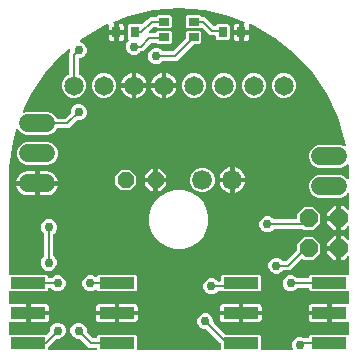
<source format=gbr>
G04 EAGLE Gerber RS-274X export*
G75*
%MOMM*%
%FSLAX34Y34*%
%LPD*%
%INTop Copper*%
%IPPOS*%
%AMOC8*
5,1,8,0,0,1.08239X$1,22.5*%
G01*
%ADD10P,1.429621X8X22.500000*%
%ADD11R,0.800000X0.950000*%
%ADD12C,1.680000*%
%ADD13R,0.900000X0.700000*%
%ADD14R,3.000000X1.000000*%
%ADD15C,1.650000*%
%ADD16C,1.524000*%
%ADD17P,1.649562X8X292.500000*%
%ADD18C,0.756400*%
%ADD19C,0.200000*%

G36*
X-70436Y10760D02*
X-70436Y10760D01*
X-70372Y10759D01*
X-70297Y10780D01*
X-70221Y10791D01*
X-70162Y10817D01*
X-70100Y10834D01*
X-70034Y10875D01*
X-69964Y10907D01*
X-69915Y10949D01*
X-69860Y10982D01*
X-69808Y11040D01*
X-69750Y11090D01*
X-69714Y11144D01*
X-69671Y11192D01*
X-69638Y11261D01*
X-69595Y11326D01*
X-69576Y11388D01*
X-69548Y11445D01*
X-69537Y11515D01*
X-69513Y11596D01*
X-69512Y11681D01*
X-69501Y11750D01*
X-69501Y12100D01*
X-69510Y12164D01*
X-69509Y12228D01*
X-69530Y12303D01*
X-69541Y12379D01*
X-69567Y12438D01*
X-69584Y12500D01*
X-69625Y12566D01*
X-69657Y12636D01*
X-69699Y12685D01*
X-69732Y12740D01*
X-69790Y12792D01*
X-69840Y12850D01*
X-69894Y12886D01*
X-69942Y12929D01*
X-70011Y12962D01*
X-70076Y13005D01*
X-70138Y13024D01*
X-70195Y13052D01*
X-70265Y13063D01*
X-70346Y13087D01*
X-70431Y13088D01*
X-70500Y13099D01*
X-76257Y13099D01*
X-83583Y20425D01*
X-83659Y20482D01*
X-83731Y20547D01*
X-83772Y20567D01*
X-83808Y20594D01*
X-83898Y20628D01*
X-83984Y20670D01*
X-84027Y20676D01*
X-84072Y20693D01*
X-84200Y20703D01*
X-84289Y20717D01*
X-86349Y20717D01*
X-88842Y21750D01*
X-90750Y23658D01*
X-91783Y26151D01*
X-91783Y28849D01*
X-90750Y31342D01*
X-88842Y33250D01*
X-86349Y34283D01*
X-83651Y34283D01*
X-81158Y33250D01*
X-79250Y31342D01*
X-78217Y28849D01*
X-78217Y26789D01*
X-78204Y26694D01*
X-78199Y26598D01*
X-78184Y26555D01*
X-78177Y26510D01*
X-78138Y26422D01*
X-78106Y26331D01*
X-78081Y26297D01*
X-78061Y26253D01*
X-77978Y26156D01*
X-77925Y26083D01*
X-73235Y21393D01*
X-73159Y21336D01*
X-73087Y21271D01*
X-73046Y21251D01*
X-73010Y21224D01*
X-72920Y21190D01*
X-72834Y21148D01*
X-72791Y21142D01*
X-72746Y21125D01*
X-72618Y21115D01*
X-72529Y21101D01*
X-70500Y21101D01*
X-70436Y21110D01*
X-70372Y21109D01*
X-70297Y21130D01*
X-70221Y21141D01*
X-70162Y21167D01*
X-70100Y21184D01*
X-70034Y21225D01*
X-69964Y21257D01*
X-69915Y21299D01*
X-69860Y21332D01*
X-69808Y21390D01*
X-69750Y21440D01*
X-69714Y21494D01*
X-69671Y21542D01*
X-69638Y21611D01*
X-69595Y21676D01*
X-69576Y21738D01*
X-69548Y21795D01*
X-69537Y21865D01*
X-69513Y21946D01*
X-69512Y22031D01*
X-69501Y22100D01*
X-69501Y22929D01*
X-68329Y24101D01*
X-36671Y24101D01*
X-35499Y22929D01*
X-35499Y11750D01*
X-35490Y11686D01*
X-35491Y11622D01*
X-35470Y11547D01*
X-35459Y11471D01*
X-35433Y11412D01*
X-35416Y11350D01*
X-35375Y11284D01*
X-35343Y11214D01*
X-35301Y11165D01*
X-35268Y11110D01*
X-35210Y11058D01*
X-35160Y11000D01*
X-35106Y10964D01*
X-35058Y10921D01*
X-34989Y10888D01*
X-34924Y10845D01*
X-34862Y10826D01*
X-34805Y10798D01*
X-34735Y10787D01*
X-34654Y10763D01*
X-34569Y10762D01*
X-34500Y10751D01*
X34500Y10751D01*
X34564Y10760D01*
X34628Y10759D01*
X34703Y10780D01*
X34779Y10791D01*
X34838Y10817D01*
X34900Y10834D01*
X34966Y10875D01*
X35036Y10907D01*
X35085Y10949D01*
X35140Y10982D01*
X35192Y11040D01*
X35250Y11090D01*
X35286Y11144D01*
X35329Y11192D01*
X35362Y11261D01*
X35405Y11326D01*
X35424Y11388D01*
X35452Y11445D01*
X35463Y11515D01*
X35487Y11596D01*
X35488Y11681D01*
X35499Y11750D01*
X35499Y16211D01*
X35486Y16306D01*
X35481Y16402D01*
X35466Y16445D01*
X35459Y16490D01*
X35420Y16578D01*
X35388Y16669D01*
X35363Y16703D01*
X35343Y16747D01*
X35260Y16844D01*
X35207Y16918D01*
X23917Y28207D01*
X23841Y28264D01*
X23769Y28329D01*
X23728Y28349D01*
X23692Y28376D01*
X23602Y28410D01*
X23516Y28452D01*
X23473Y28458D01*
X23428Y28475D01*
X23300Y28485D01*
X23211Y28499D01*
X21151Y28499D01*
X18658Y29532D01*
X16750Y31440D01*
X15717Y33933D01*
X15717Y36631D01*
X16750Y39124D01*
X18658Y41032D01*
X21151Y42065D01*
X23849Y42065D01*
X26342Y41032D01*
X28250Y39124D01*
X29283Y36631D01*
X29283Y34571D01*
X29296Y34476D01*
X29301Y34380D01*
X29316Y34337D01*
X29323Y34292D01*
X29362Y34204D01*
X29394Y34113D01*
X29419Y34079D01*
X29439Y34035D01*
X29522Y33938D01*
X29575Y33865D01*
X39046Y24393D01*
X39123Y24336D01*
X39195Y24271D01*
X39236Y24251D01*
X39272Y24224D01*
X39362Y24190D01*
X39448Y24148D01*
X39491Y24142D01*
X39536Y24125D01*
X39664Y24115D01*
X39753Y24101D01*
X68329Y24101D01*
X69501Y22929D01*
X69501Y11750D01*
X69510Y11686D01*
X69509Y11622D01*
X69530Y11547D01*
X69541Y11471D01*
X69567Y11412D01*
X69584Y11350D01*
X69625Y11284D01*
X69657Y11214D01*
X69699Y11165D01*
X69732Y11110D01*
X69790Y11058D01*
X69840Y11000D01*
X69894Y10964D01*
X69942Y10921D01*
X70011Y10888D01*
X70076Y10845D01*
X70138Y10826D01*
X70195Y10798D01*
X70265Y10787D01*
X70346Y10763D01*
X70431Y10762D01*
X70500Y10751D01*
X95423Y10751D01*
X95540Y10767D01*
X95658Y10779D01*
X95680Y10787D01*
X95702Y10791D01*
X95810Y10839D01*
X95920Y10883D01*
X95938Y10897D01*
X95959Y10907D01*
X96049Y10984D01*
X96143Y11057D01*
X96156Y11075D01*
X96173Y11090D01*
X96239Y11190D01*
X96308Y11286D01*
X96315Y11307D01*
X96328Y11326D01*
X96363Y11440D01*
X96402Y11551D01*
X96404Y11574D01*
X96410Y11596D01*
X96412Y11714D01*
X96419Y11833D01*
X96414Y11854D01*
X96414Y11878D01*
X96364Y12057D01*
X96346Y12132D01*
X95717Y13651D01*
X95717Y16349D01*
X96750Y18842D01*
X98658Y20750D01*
X101151Y21783D01*
X103849Y21783D01*
X105312Y21177D01*
X105352Y21166D01*
X105390Y21148D01*
X105475Y21135D01*
X105585Y21107D01*
X105644Y21109D01*
X105694Y21101D01*
X109500Y21101D01*
X109564Y21110D01*
X109628Y21109D01*
X109703Y21130D01*
X109779Y21141D01*
X109838Y21167D01*
X109900Y21184D01*
X109966Y21225D01*
X110036Y21257D01*
X110085Y21299D01*
X110140Y21332D01*
X110192Y21390D01*
X110250Y21440D01*
X110286Y21494D01*
X110329Y21542D01*
X110362Y21611D01*
X110405Y21676D01*
X110424Y21738D01*
X110452Y21795D01*
X110463Y21865D01*
X110487Y21946D01*
X110488Y22031D01*
X110499Y22100D01*
X110499Y22929D01*
X111671Y24101D01*
X143250Y24101D01*
X143314Y24110D01*
X143378Y24109D01*
X143453Y24130D01*
X143529Y24141D01*
X143588Y24167D01*
X143650Y24184D01*
X143716Y24225D01*
X143786Y24257D01*
X143835Y24299D01*
X143890Y24332D01*
X143942Y24390D01*
X144000Y24440D01*
X144036Y24494D01*
X144079Y24542D01*
X144112Y24611D01*
X144155Y24676D01*
X144174Y24738D01*
X144202Y24795D01*
X144213Y24865D01*
X144237Y24946D01*
X144238Y25031D01*
X144249Y25100D01*
X144249Y34036D01*
X144242Y34089D01*
X144244Y34143D01*
X144222Y34228D01*
X144209Y34315D01*
X144187Y34364D01*
X144174Y34416D01*
X144129Y34492D01*
X144093Y34572D01*
X144058Y34613D01*
X144031Y34659D01*
X143967Y34720D01*
X143910Y34787D01*
X143865Y34816D01*
X143826Y34853D01*
X143748Y34893D01*
X143674Y34941D01*
X143623Y34957D01*
X143575Y34981D01*
X143488Y34998D01*
X143404Y35023D01*
X143351Y35024D01*
X143298Y35034D01*
X143220Y35026D01*
X143122Y35027D01*
X143052Y35008D01*
X142991Y35001D01*
X142835Y34959D01*
X129499Y34959D01*
X129499Y41500D01*
X129490Y41564D01*
X129491Y41628D01*
X129470Y41702D01*
X129459Y41779D01*
X129433Y41838D01*
X129416Y41900D01*
X129375Y41966D01*
X129343Y42036D01*
X129301Y42085D01*
X129268Y42140D01*
X129210Y42191D01*
X129160Y42250D01*
X129106Y42286D01*
X129058Y42329D01*
X128989Y42362D01*
X128924Y42405D01*
X128862Y42424D01*
X128805Y42452D01*
X128735Y42462D01*
X128654Y42487D01*
X128569Y42488D01*
X128500Y42499D01*
X127499Y42499D01*
X127499Y42501D01*
X128500Y42501D01*
X128564Y42510D01*
X128628Y42509D01*
X128703Y42530D01*
X128779Y42541D01*
X128838Y42567D01*
X128900Y42584D01*
X128966Y42625D01*
X129036Y42657D01*
X129085Y42699D01*
X129140Y42732D01*
X129192Y42790D01*
X129250Y42840D01*
X129286Y42894D01*
X129329Y42942D01*
X129362Y43011D01*
X129405Y43076D01*
X129424Y43138D01*
X129452Y43196D01*
X129462Y43265D01*
X129487Y43346D01*
X129488Y43431D01*
X129499Y43500D01*
X129499Y50041D01*
X142835Y50041D01*
X142991Y49999D01*
X143045Y49992D01*
X143096Y49977D01*
X143184Y49975D01*
X143271Y49965D01*
X143324Y49974D01*
X143378Y49973D01*
X143463Y49996D01*
X143550Y50011D01*
X143598Y50034D01*
X143650Y50048D01*
X143725Y50094D01*
X143804Y50132D01*
X143844Y50168D01*
X143890Y50196D01*
X143949Y50262D01*
X144014Y50320D01*
X144043Y50366D01*
X144079Y50406D01*
X144117Y50485D01*
X144164Y50559D01*
X144178Y50611D01*
X144202Y50659D01*
X144214Y50737D01*
X144240Y50831D01*
X144240Y50903D01*
X144249Y50964D01*
X144249Y59900D01*
X144240Y59964D01*
X144241Y60028D01*
X144220Y60103D01*
X144209Y60179D01*
X144183Y60238D01*
X144166Y60300D01*
X144125Y60366D01*
X144093Y60436D01*
X144051Y60485D01*
X144018Y60540D01*
X143960Y60592D01*
X143910Y60650D01*
X143856Y60686D01*
X143808Y60729D01*
X143739Y60762D01*
X143674Y60805D01*
X143612Y60824D01*
X143555Y60852D01*
X143485Y60863D01*
X143404Y60887D01*
X143319Y60888D01*
X143250Y60899D01*
X111671Y60899D01*
X110499Y62071D01*
X110499Y62900D01*
X110490Y62964D01*
X110491Y63028D01*
X110470Y63103D01*
X110459Y63179D01*
X110433Y63238D01*
X110416Y63300D01*
X110375Y63366D01*
X110343Y63436D01*
X110301Y63485D01*
X110268Y63540D01*
X110210Y63592D01*
X110160Y63650D01*
X110106Y63686D01*
X110058Y63729D01*
X109989Y63762D01*
X109924Y63805D01*
X109862Y63824D01*
X109805Y63852D01*
X109735Y63863D01*
X109654Y63887D01*
X109569Y63888D01*
X109500Y63899D01*
X101123Y63899D01*
X101028Y63886D01*
X100932Y63881D01*
X100889Y63866D01*
X100844Y63859D01*
X100757Y63820D01*
X100666Y63788D01*
X100631Y63763D01*
X100587Y63743D01*
X100490Y63660D01*
X100417Y63607D01*
X98560Y61750D01*
X96067Y60717D01*
X93369Y60717D01*
X90876Y61750D01*
X88968Y63658D01*
X87935Y66151D01*
X87935Y68849D01*
X88968Y71342D01*
X90876Y73250D01*
X93369Y74283D01*
X96067Y74283D01*
X98560Y73250D01*
X99617Y72193D01*
X99694Y72136D01*
X99765Y72071D01*
X99806Y72051D01*
X99842Y72024D01*
X99932Y71990D01*
X100019Y71948D01*
X100061Y71942D01*
X100106Y71925D01*
X100234Y71915D01*
X100323Y71901D01*
X109500Y71901D01*
X109564Y71910D01*
X109628Y71909D01*
X109703Y71930D01*
X109779Y71941D01*
X109838Y71967D01*
X109900Y71984D01*
X109966Y72025D01*
X110036Y72057D01*
X110085Y72099D01*
X110140Y72132D01*
X110192Y72190D01*
X110250Y72240D01*
X110286Y72294D01*
X110329Y72342D01*
X110362Y72411D01*
X110405Y72476D01*
X110424Y72538D01*
X110452Y72595D01*
X110463Y72665D01*
X110487Y72746D01*
X110488Y72831D01*
X110499Y72900D01*
X110499Y73729D01*
X111671Y74901D01*
X143250Y74901D01*
X143314Y74910D01*
X143378Y74909D01*
X143453Y74930D01*
X143529Y74941D01*
X143588Y74967D01*
X143650Y74984D01*
X143716Y75025D01*
X143786Y75057D01*
X143835Y75099D01*
X143890Y75132D01*
X143942Y75190D01*
X144000Y75240D01*
X144036Y75294D01*
X144079Y75342D01*
X144112Y75411D01*
X144155Y75476D01*
X144174Y75538D01*
X144202Y75595D01*
X144213Y75665D01*
X144237Y75746D01*
X144238Y75831D01*
X144249Y75900D01*
X144249Y89567D01*
X144245Y89599D01*
X144247Y89632D01*
X144225Y89738D01*
X144209Y89847D01*
X144196Y89876D01*
X144190Y89908D01*
X144138Y90004D01*
X144093Y90104D01*
X144072Y90128D01*
X144057Y90157D01*
X143981Y90235D01*
X143910Y90318D01*
X143883Y90336D01*
X143860Y90359D01*
X143765Y90412D01*
X143674Y90472D01*
X143643Y90482D01*
X143615Y90498D01*
X143509Y90523D01*
X143404Y90555D01*
X143372Y90555D01*
X143341Y90563D01*
X143231Y90557D01*
X143122Y90558D01*
X143091Y90550D01*
X143059Y90548D01*
X142956Y90512D01*
X142850Y90483D01*
X142823Y90466D01*
X142792Y90456D01*
X142719Y90402D01*
X142610Y90335D01*
X142578Y90299D01*
X142543Y90274D01*
X139409Y87139D01*
X137199Y87139D01*
X137199Y96300D01*
X137190Y96363D01*
X137191Y96428D01*
X137170Y96502D01*
X137159Y96579D01*
X137133Y96638D01*
X137116Y96700D01*
X137075Y96766D01*
X137043Y96836D01*
X137001Y96885D01*
X136968Y96940D01*
X136910Y96991D01*
X136860Y97050D01*
X136806Y97086D01*
X136758Y97129D01*
X136689Y97162D01*
X136624Y97205D01*
X136562Y97224D01*
X136505Y97252D01*
X136435Y97262D01*
X136354Y97287D01*
X136269Y97288D01*
X136200Y97299D01*
X135199Y97299D01*
X135199Y97301D01*
X136200Y97301D01*
X136264Y97310D01*
X136328Y97309D01*
X136403Y97330D01*
X136479Y97341D01*
X136538Y97367D01*
X136600Y97384D01*
X136666Y97425D01*
X136736Y97457D01*
X136785Y97499D01*
X136840Y97532D01*
X136892Y97590D01*
X136950Y97640D01*
X136986Y97694D01*
X137029Y97742D01*
X137062Y97811D01*
X137105Y97876D01*
X137124Y97938D01*
X137152Y97996D01*
X137162Y98065D01*
X137187Y98146D01*
X137188Y98231D01*
X137199Y98300D01*
X137199Y107461D01*
X139409Y107461D01*
X142543Y104326D01*
X142569Y104307D01*
X142590Y104282D01*
X142682Y104222D01*
X142769Y104157D01*
X142799Y104145D01*
X142826Y104128D01*
X142931Y104096D01*
X143033Y104057D01*
X143065Y104055D01*
X143096Y104045D01*
X143205Y104044D01*
X143314Y104035D01*
X143346Y104042D01*
X143378Y104042D01*
X143483Y104071D01*
X143590Y104093D01*
X143619Y104108D01*
X143650Y104117D01*
X143743Y104174D01*
X143839Y104225D01*
X143862Y104248D01*
X143890Y104265D01*
X143963Y104346D01*
X144041Y104422D01*
X144057Y104450D01*
X144079Y104474D01*
X144126Y104572D01*
X144180Y104668D01*
X144188Y104699D01*
X144202Y104728D01*
X144216Y104817D01*
X144245Y104942D01*
X144243Y104991D01*
X144249Y105033D01*
X144249Y114967D01*
X144245Y114999D01*
X144247Y115032D01*
X144225Y115138D01*
X144209Y115247D01*
X144196Y115276D01*
X144190Y115308D01*
X144138Y115404D01*
X144093Y115504D01*
X144072Y115528D01*
X144057Y115557D01*
X143981Y115635D01*
X143910Y115718D01*
X143883Y115736D01*
X143860Y115759D01*
X143765Y115812D01*
X143674Y115872D01*
X143643Y115882D01*
X143615Y115898D01*
X143509Y115923D01*
X143404Y115955D01*
X143372Y115955D01*
X143341Y115963D01*
X143231Y115957D01*
X143122Y115958D01*
X143091Y115950D01*
X143059Y115948D01*
X142956Y115912D01*
X142850Y115883D01*
X142823Y115866D01*
X142792Y115856D01*
X142719Y115802D01*
X142610Y115735D01*
X142578Y115699D01*
X142543Y115674D01*
X139409Y112539D01*
X137199Y112539D01*
X137199Y121700D01*
X137191Y121761D01*
X137191Y121795D01*
X137191Y121797D01*
X137191Y121828D01*
X137170Y121902D01*
X137159Y121979D01*
X137133Y122038D01*
X137116Y122100D01*
X137075Y122166D01*
X137043Y122236D01*
X137001Y122285D01*
X136968Y122340D01*
X136910Y122391D01*
X136860Y122450D01*
X136806Y122486D01*
X136758Y122529D01*
X136689Y122562D01*
X136624Y122605D01*
X136562Y122624D01*
X136505Y122652D01*
X136435Y122662D01*
X136354Y122687D01*
X136269Y122688D01*
X136200Y122699D01*
X135199Y122699D01*
X135199Y122701D01*
X136200Y122701D01*
X136264Y122710D01*
X136328Y122709D01*
X136403Y122730D01*
X136479Y122741D01*
X136538Y122767D01*
X136600Y122784D01*
X136666Y122825D01*
X136736Y122857D01*
X136785Y122899D01*
X136840Y122932D01*
X136892Y122990D01*
X136950Y123040D01*
X136986Y123094D01*
X137029Y123142D01*
X137062Y123211D01*
X137105Y123276D01*
X137124Y123338D01*
X137152Y123396D01*
X137162Y123465D01*
X137187Y123546D01*
X137188Y123631D01*
X137199Y123700D01*
X137199Y132861D01*
X139409Y132861D01*
X142543Y129726D01*
X142569Y129707D01*
X142590Y129682D01*
X142682Y129622D01*
X142769Y129557D01*
X142799Y129545D01*
X142826Y129528D01*
X142931Y129496D01*
X143033Y129457D01*
X143065Y129455D01*
X143096Y129445D01*
X143205Y129444D01*
X143314Y129435D01*
X143346Y129442D01*
X143378Y129442D01*
X143483Y129471D01*
X143590Y129493D01*
X143619Y129508D01*
X143650Y129517D01*
X143743Y129574D01*
X143839Y129625D01*
X143862Y129648D01*
X143890Y129665D01*
X143963Y129746D01*
X144041Y129822D01*
X144057Y129850D01*
X144079Y129874D01*
X144126Y129972D01*
X144180Y130068D01*
X144188Y130099D01*
X144202Y130128D01*
X144216Y130217D01*
X144245Y130342D01*
X144243Y130391D01*
X144249Y130433D01*
X144249Y142911D01*
X144245Y142943D01*
X144247Y142975D01*
X144225Y143082D01*
X144209Y143190D01*
X144196Y143220D01*
X144190Y143251D01*
X144138Y143348D01*
X144093Y143447D01*
X144072Y143472D01*
X144057Y143500D01*
X143981Y143578D01*
X143910Y143662D01*
X143883Y143679D01*
X143860Y143702D01*
X143765Y143756D01*
X143674Y143816D01*
X143643Y143825D01*
X143615Y143841D01*
X143509Y143867D01*
X143404Y143898D01*
X143372Y143899D01*
X143341Y143906D01*
X143231Y143901D01*
X143122Y143902D01*
X143091Y143894D01*
X143059Y143892D01*
X142956Y143856D01*
X142850Y143827D01*
X142823Y143810D01*
X142792Y143799D01*
X142719Y143746D01*
X142610Y143679D01*
X142578Y143643D01*
X142543Y143618D01*
X140570Y141644D01*
X137034Y140179D01*
X117966Y140179D01*
X114430Y141644D01*
X111724Y144350D01*
X110259Y147886D01*
X110259Y151714D01*
X111724Y155250D01*
X114430Y157956D01*
X117966Y159421D01*
X137034Y159421D01*
X140570Y157956D01*
X142495Y156030D01*
X142533Y156002D01*
X142565Y155967D01*
X142645Y155918D01*
X142721Y155861D01*
X142765Y155845D01*
X142805Y155820D01*
X142896Y155795D01*
X142985Y155762D01*
X143032Y155758D01*
X143077Y155746D01*
X143172Y155747D01*
X143266Y155740D01*
X143312Y155749D01*
X143359Y155750D01*
X143449Y155778D01*
X143542Y155797D01*
X143583Y155820D01*
X143628Y155833D01*
X143708Y155885D01*
X143791Y155930D01*
X143825Y155963D01*
X143864Y155989D01*
X143925Y156061D01*
X143993Y156127D01*
X144016Y156168D01*
X144047Y156203D01*
X144085Y156290D01*
X144132Y156372D01*
X144143Y156418D01*
X144162Y156461D01*
X144173Y156543D01*
X144197Y156646D01*
X144194Y156711D01*
X144201Y156767D01*
X143931Y165887D01*
X143921Y165947D01*
X143922Y166000D01*
X143654Y167868D01*
X143625Y167966D01*
X143604Y168066D01*
X143586Y168101D01*
X143575Y168138D01*
X143520Y168225D01*
X143472Y168315D01*
X143445Y168343D01*
X143424Y168376D01*
X143347Y168444D01*
X143275Y168517D01*
X143241Y168537D01*
X143212Y168562D01*
X143119Y168606D01*
X143030Y168656D01*
X142992Y168665D01*
X142956Y168682D01*
X142855Y168698D01*
X142755Y168721D01*
X142716Y168719D01*
X142677Y168725D01*
X142576Y168712D01*
X142474Y168707D01*
X142437Y168694D01*
X142398Y168689D01*
X142304Y168648D01*
X142207Y168614D01*
X142178Y168593D01*
X142139Y168576D01*
X142033Y168487D01*
X141958Y168433D01*
X140570Y167044D01*
X137034Y165579D01*
X117966Y165579D01*
X114430Y167044D01*
X111724Y169750D01*
X110259Y173286D01*
X110259Y177114D01*
X111724Y180650D01*
X114430Y183356D01*
X117966Y184821D01*
X137034Y184821D01*
X139869Y183646D01*
X139916Y183634D01*
X139960Y183613D01*
X140052Y183599D01*
X140142Y183576D01*
X140191Y183578D01*
X140239Y183570D01*
X140331Y183582D01*
X140424Y183585D01*
X140471Y183600D01*
X140519Y183606D01*
X140604Y183644D01*
X140692Y183673D01*
X140733Y183700D01*
X140777Y183719D01*
X140849Y183779D01*
X140926Y183831D01*
X140956Y183869D01*
X140994Y183900D01*
X141046Y183977D01*
X141105Y184049D01*
X141124Y184094D01*
X141151Y184134D01*
X141179Y184223D01*
X141216Y184308D01*
X141222Y184356D01*
X141237Y184403D01*
X141238Y184485D01*
X141251Y184588D01*
X141240Y184654D01*
X141241Y184711D01*
X140870Y187303D01*
X140846Y187382D01*
X140837Y187449D01*
X134628Y208055D01*
X134594Y208129D01*
X134574Y208195D01*
X125349Y227638D01*
X125303Y227706D01*
X125274Y227768D01*
X113240Y245610D01*
X113185Y245671D01*
X113147Y245728D01*
X98576Y261565D01*
X98513Y261617D01*
X98466Y261668D01*
X81687Y275143D01*
X81617Y275185D01*
X81564Y275228D01*
X62955Y286039D01*
X62879Y286070D01*
X62820Y286104D01*
X60693Y286944D01*
X60596Y286967D01*
X60501Y286998D01*
X60459Y287000D01*
X60419Y287009D01*
X60319Y287004D01*
X60219Y287008D01*
X60179Y286998D01*
X60137Y286996D01*
X60043Y286963D01*
X59946Y286939D01*
X59910Y286917D01*
X59870Y286904D01*
X59789Y286846D01*
X59703Y286796D01*
X59674Y286765D01*
X59640Y286741D01*
X59578Y286663D01*
X59509Y286590D01*
X59490Y286553D01*
X59464Y286520D01*
X59426Y286428D01*
X59381Y286339D01*
X59373Y286298D01*
X59357Y286259D01*
X59347Y286160D01*
X59328Y286062D01*
X59332Y286023D01*
X59327Y285979D01*
X59351Y285847D01*
X59361Y285756D01*
X59541Y285085D01*
X59541Y281999D01*
X54999Y281999D01*
X54999Y287395D01*
X55016Y287401D01*
X55054Y287428D01*
X55097Y287447D01*
X55169Y287509D01*
X55247Y287563D01*
X55276Y287600D01*
X55311Y287630D01*
X55363Y287710D01*
X55422Y287784D01*
X55440Y287827D01*
X55466Y287866D01*
X55493Y287957D01*
X55529Y288045D01*
X55534Y288091D01*
X55548Y288136D01*
X55549Y288231D01*
X55559Y288326D01*
X55551Y288371D01*
X55552Y288418D01*
X55526Y288510D01*
X55510Y288603D01*
X55489Y288645D01*
X55476Y288690D01*
X55426Y288771D01*
X55384Y288856D01*
X55353Y288890D01*
X55328Y288930D01*
X55258Y288993D01*
X55193Y289063D01*
X55156Y289085D01*
X55119Y289119D01*
X55005Y289174D01*
X54927Y289219D01*
X42802Y294005D01*
X42722Y294024D01*
X42659Y294050D01*
X21683Y298863D01*
X21602Y298869D01*
X21535Y298885D01*
X75Y300501D01*
X-7Y300496D01*
X-75Y300501D01*
X-21535Y298885D01*
X-21615Y298867D01*
X-21683Y298863D01*
X-42659Y294050D01*
X-42736Y294020D01*
X-42802Y294005D01*
X-54927Y289219D01*
X-55010Y289172D01*
X-55097Y289133D01*
X-55132Y289103D01*
X-55172Y289080D01*
X-55239Y289012D01*
X-55311Y288950D01*
X-55336Y288911D01*
X-55369Y288877D01*
X-55413Y288793D01*
X-55465Y288714D01*
X-55479Y288669D01*
X-55501Y288628D01*
X-55520Y288535D01*
X-55548Y288444D01*
X-55548Y288398D01*
X-55558Y288352D01*
X-55550Y288257D01*
X-55552Y288162D01*
X-55539Y288117D01*
X-55535Y288071D01*
X-55502Y287982D01*
X-55476Y287890D01*
X-55452Y287851D01*
X-55435Y287807D01*
X-55378Y287731D01*
X-55328Y287650D01*
X-55294Y287619D01*
X-55266Y287582D01*
X-55189Y287525D01*
X-55119Y287461D01*
X-55077Y287441D01*
X-55040Y287413D01*
X-54999Y287398D01*
X-54999Y281999D01*
X-59541Y281999D01*
X-59541Y285085D01*
X-59361Y285756D01*
X-59349Y285855D01*
X-59329Y285952D01*
X-59332Y285994D01*
X-59327Y286036D01*
X-59343Y286134D01*
X-59351Y286233D01*
X-59366Y286273D01*
X-59373Y286314D01*
X-59416Y286404D01*
X-59451Y286497D01*
X-59476Y286531D01*
X-59494Y286568D01*
X-59561Y286643D01*
X-59621Y286722D01*
X-59654Y286747D01*
X-59682Y286779D01*
X-59767Y286832D01*
X-59847Y286891D01*
X-59886Y286906D01*
X-59922Y286928D01*
X-60017Y286955D01*
X-60111Y286990D01*
X-60153Y286993D01*
X-60193Y287005D01*
X-60293Y287004D01*
X-60392Y287011D01*
X-60431Y287003D01*
X-60475Y287002D01*
X-60604Y286964D01*
X-60693Y286944D01*
X-62820Y286104D01*
X-62891Y286064D01*
X-62955Y286039D01*
X-81564Y275228D01*
X-81628Y275178D01*
X-81687Y275143D01*
X-83801Y273446D01*
X-83822Y273423D01*
X-83849Y273405D01*
X-83918Y273320D01*
X-83993Y273240D01*
X-84008Y273212D01*
X-84028Y273187D01*
X-84071Y273087D01*
X-84121Y272989D01*
X-84127Y272957D01*
X-84139Y272928D01*
X-84153Y272820D01*
X-84173Y272712D01*
X-84170Y272680D01*
X-84174Y272648D01*
X-84156Y272540D01*
X-84146Y272431D01*
X-84134Y272401D01*
X-84129Y272370D01*
X-84082Y272271D01*
X-84041Y272169D01*
X-84022Y272144D01*
X-84008Y272115D01*
X-83935Y272033D01*
X-83868Y271947D01*
X-83842Y271928D01*
X-83821Y271904D01*
X-83743Y271857D01*
X-83639Y271782D01*
X-83593Y271766D01*
X-83557Y271744D01*
X-81158Y270750D01*
X-79250Y268842D01*
X-78217Y266349D01*
X-78217Y263651D01*
X-79250Y261158D01*
X-81158Y259250D01*
X-83651Y258217D01*
X-83900Y258217D01*
X-83964Y258208D01*
X-84028Y258209D01*
X-84103Y258188D01*
X-84179Y258177D01*
X-84238Y258151D01*
X-84300Y258134D01*
X-84366Y258093D01*
X-84436Y258061D01*
X-84485Y258019D01*
X-84540Y257986D01*
X-84592Y257928D01*
X-84650Y257878D01*
X-84686Y257824D01*
X-84729Y257776D01*
X-84762Y257707D01*
X-84805Y257642D01*
X-84824Y257580D01*
X-84852Y257523D01*
X-84863Y257453D01*
X-84887Y257372D01*
X-84888Y257287D01*
X-84899Y257218D01*
X-84899Y245106D01*
X-84898Y245096D01*
X-84899Y245087D01*
X-84878Y244957D01*
X-84859Y244827D01*
X-84856Y244818D01*
X-84854Y244809D01*
X-84797Y244689D01*
X-84743Y244570D01*
X-84737Y244563D01*
X-84733Y244554D01*
X-84645Y244455D01*
X-84560Y244355D01*
X-84552Y244350D01*
X-84546Y244343D01*
X-84480Y244303D01*
X-84324Y244201D01*
X-84301Y244194D01*
X-84282Y244183D01*
X-83093Y243690D01*
X-80210Y240807D01*
X-78649Y237039D01*
X-78649Y232961D01*
X-80210Y229193D01*
X-83093Y226310D01*
X-86861Y224749D01*
X-90939Y224749D01*
X-94707Y226310D01*
X-97590Y229193D01*
X-99151Y232961D01*
X-99151Y237039D01*
X-97590Y240807D01*
X-94707Y243690D01*
X-93518Y244183D01*
X-93509Y244187D01*
X-93500Y244190D01*
X-93388Y244259D01*
X-93275Y244326D01*
X-93268Y244333D01*
X-93260Y244338D01*
X-93172Y244436D01*
X-93082Y244532D01*
X-93078Y244540D01*
X-93071Y244547D01*
X-93014Y244666D01*
X-92954Y244783D01*
X-92952Y244793D01*
X-92948Y244801D01*
X-92936Y244877D01*
X-92902Y245061D01*
X-92904Y245084D01*
X-92901Y245106D01*
X-92901Y262757D01*
X-92075Y263583D01*
X-92018Y263659D01*
X-91953Y263731D01*
X-91933Y263772D01*
X-91906Y263808D01*
X-91872Y263898D01*
X-91830Y263984D01*
X-91824Y264027D01*
X-91807Y264072D01*
X-91797Y264200D01*
X-91783Y264289D01*
X-91783Y264951D01*
X-91800Y265069D01*
X-91811Y265188D01*
X-91819Y265208D01*
X-91823Y265231D01*
X-91872Y265339D01*
X-91916Y265449D01*
X-91930Y265467D01*
X-91939Y265488D01*
X-92016Y265578D01*
X-92089Y265672D01*
X-92108Y265685D01*
X-92122Y265702D01*
X-92222Y265767D01*
X-92318Y265836D01*
X-92339Y265844D01*
X-92358Y265856D01*
X-92472Y265891D01*
X-92584Y265931D01*
X-92606Y265932D01*
X-92628Y265939D01*
X-92747Y265940D01*
X-92866Y265947D01*
X-92887Y265942D01*
X-92910Y265942D01*
X-93024Y265911D01*
X-93140Y265884D01*
X-93159Y265874D01*
X-93182Y265867D01*
X-93342Y265768D01*
X-93408Y265730D01*
X-98466Y261668D01*
X-98523Y261608D01*
X-98576Y261565D01*
X-113147Y245728D01*
X-113194Y245660D01*
X-113240Y245610D01*
X-125274Y227768D01*
X-125310Y227694D01*
X-125349Y227638D01*
X-126119Y226013D01*
X-129913Y218019D01*
X-131335Y215022D01*
X-131335Y215021D01*
X-132140Y213325D01*
X-132157Y213270D01*
X-132183Y213219D01*
X-132199Y213136D01*
X-132224Y213056D01*
X-132225Y212998D01*
X-132235Y212942D01*
X-132227Y212858D01*
X-132229Y212774D01*
X-132214Y212718D01*
X-132208Y212661D01*
X-132177Y212583D01*
X-132155Y212502D01*
X-132125Y212453D01*
X-132104Y212399D01*
X-132052Y212333D01*
X-132008Y212261D01*
X-131966Y212222D01*
X-131930Y212177D01*
X-131862Y212128D01*
X-131800Y212071D01*
X-131748Y212045D01*
X-131702Y212012D01*
X-131622Y211984D01*
X-131547Y211947D01*
X-131490Y211937D01*
X-131436Y211917D01*
X-131352Y211912D01*
X-131269Y211898D01*
X-131212Y211904D01*
X-131154Y211901D01*
X-131081Y211919D01*
X-130988Y211929D01*
X-130918Y211958D01*
X-130855Y211973D01*
X-129534Y212521D01*
X-110466Y212521D01*
X-106930Y211056D01*
X-104224Y208350D01*
X-103879Y207518D01*
X-103874Y207509D01*
X-103872Y207500D01*
X-103803Y207388D01*
X-103736Y207275D01*
X-103729Y207268D01*
X-103724Y207260D01*
X-103626Y207172D01*
X-103530Y207082D01*
X-103521Y207078D01*
X-103514Y207071D01*
X-103396Y207014D01*
X-103279Y206954D01*
X-103269Y206952D01*
X-103261Y206948D01*
X-103185Y206936D01*
X-103001Y206902D01*
X-102977Y206904D01*
X-102956Y206901D01*
X-96389Y206901D01*
X-96294Y206914D01*
X-96198Y206919D01*
X-96155Y206934D01*
X-96110Y206941D01*
X-96022Y206980D01*
X-95931Y207012D01*
X-95897Y207037D01*
X-95853Y207057D01*
X-95756Y207140D01*
X-95683Y207193D01*
X-91793Y211083D01*
X-91736Y211159D01*
X-91671Y211231D01*
X-91651Y211272D01*
X-91624Y211308D01*
X-91590Y211398D01*
X-91548Y211484D01*
X-91542Y211527D01*
X-91525Y211572D01*
X-91515Y211700D01*
X-91501Y211789D01*
X-91501Y213849D01*
X-90468Y216342D01*
X-88560Y218250D01*
X-86067Y219283D01*
X-83369Y219283D01*
X-80876Y218250D01*
X-78968Y216342D01*
X-77935Y213849D01*
X-77935Y211151D01*
X-78968Y208658D01*
X-80876Y206750D01*
X-83369Y205717D01*
X-85429Y205717D01*
X-85524Y205704D01*
X-85620Y205699D01*
X-85663Y205684D01*
X-85708Y205677D01*
X-85796Y205638D01*
X-85887Y205606D01*
X-85921Y205581D01*
X-85965Y205561D01*
X-86062Y205478D01*
X-86135Y205425D01*
X-92661Y198899D01*
X-102956Y198899D01*
X-102966Y198898D01*
X-102975Y198899D01*
X-103105Y198878D01*
X-103235Y198859D01*
X-103244Y198856D01*
X-103253Y198854D01*
X-103372Y198797D01*
X-103492Y198743D01*
X-103499Y198737D01*
X-103508Y198733D01*
X-103607Y198645D01*
X-103707Y198560D01*
X-103712Y198552D01*
X-103719Y198546D01*
X-103759Y198480D01*
X-103861Y198324D01*
X-103868Y198301D01*
X-103879Y198282D01*
X-104224Y197450D01*
X-106930Y194744D01*
X-110466Y193279D01*
X-129534Y193279D01*
X-133070Y194744D01*
X-135776Y197450D01*
X-135890Y197724D01*
X-135931Y197795D01*
X-135964Y197870D01*
X-136003Y197916D01*
X-136033Y197967D01*
X-136093Y198023D01*
X-136146Y198086D01*
X-136195Y198119D01*
X-136239Y198160D01*
X-136312Y198197D01*
X-136380Y198243D01*
X-136437Y198261D01*
X-136490Y198288D01*
X-136571Y198303D01*
X-136649Y198328D01*
X-136709Y198329D01*
X-136767Y198340D01*
X-136849Y198332D01*
X-136931Y198334D01*
X-136989Y198319D01*
X-137048Y198313D01*
X-137124Y198282D01*
X-137204Y198261D01*
X-137255Y198230D01*
X-137310Y198208D01*
X-137375Y198158D01*
X-137445Y198115D01*
X-137486Y198072D01*
X-137532Y198035D01*
X-137580Y197968D01*
X-137636Y197908D01*
X-137660Y197858D01*
X-137697Y197806D01*
X-137733Y197705D01*
X-137769Y197630D01*
X-140837Y187449D01*
X-140849Y187368D01*
X-140870Y187303D01*
X-143922Y166000D01*
X-143922Y165939D01*
X-143931Y165888D01*
X-144249Y155137D01*
X-144247Y155121D01*
X-144249Y155107D01*
X-144249Y155049D01*
X-144249Y155045D01*
X-144249Y155041D01*
X-144232Y152863D01*
X-144244Y152813D01*
X-144242Y152759D01*
X-144249Y152712D01*
X-144249Y75900D01*
X-144240Y75836D01*
X-144241Y75772D01*
X-144220Y75697D01*
X-144209Y75621D01*
X-144183Y75562D01*
X-144166Y75500D01*
X-144125Y75434D01*
X-144093Y75364D01*
X-144051Y75315D01*
X-144018Y75260D01*
X-143960Y75208D01*
X-143910Y75150D01*
X-143856Y75114D01*
X-143808Y75071D01*
X-143739Y75038D01*
X-143674Y74995D01*
X-143612Y74976D01*
X-143555Y74948D01*
X-143485Y74937D01*
X-143404Y74913D01*
X-143319Y74912D01*
X-143250Y74901D01*
X-111671Y74901D01*
X-110499Y73729D01*
X-110499Y72900D01*
X-110490Y72836D01*
X-110491Y72772D01*
X-110470Y72697D01*
X-110459Y72621D01*
X-110433Y72562D01*
X-110416Y72500D01*
X-110375Y72434D01*
X-110343Y72364D01*
X-110301Y72315D01*
X-110268Y72260D01*
X-110210Y72208D01*
X-110160Y72150D01*
X-110106Y72114D01*
X-110058Y72071D01*
X-109989Y72038D01*
X-109924Y71995D01*
X-109862Y71976D01*
X-109805Y71948D01*
X-109735Y71937D01*
X-109654Y71913D01*
X-109569Y71912D01*
X-109500Y71901D01*
X-108387Y71901D01*
X-108292Y71914D01*
X-108196Y71919D01*
X-108153Y71934D01*
X-108108Y71941D01*
X-108021Y71980D01*
X-107930Y72012D01*
X-107895Y72037D01*
X-107851Y72057D01*
X-107754Y72140D01*
X-107681Y72193D01*
X-106624Y73250D01*
X-104131Y74283D01*
X-101433Y74283D01*
X-98940Y73250D01*
X-97032Y71342D01*
X-95999Y68849D01*
X-95999Y66151D01*
X-97032Y63658D01*
X-98940Y61750D01*
X-101433Y60717D01*
X-104131Y60717D01*
X-106624Y61750D01*
X-108481Y63607D01*
X-108558Y63664D01*
X-108629Y63729D01*
X-108670Y63749D01*
X-108706Y63776D01*
X-108796Y63810D01*
X-108883Y63852D01*
X-108925Y63858D01*
X-108970Y63875D01*
X-109098Y63885D01*
X-109187Y63899D01*
X-109500Y63899D01*
X-109564Y63890D01*
X-109628Y63891D01*
X-109703Y63870D01*
X-109779Y63859D01*
X-109838Y63833D01*
X-109900Y63816D01*
X-109966Y63775D01*
X-110036Y63743D01*
X-110085Y63701D01*
X-110140Y63668D01*
X-110192Y63610D01*
X-110250Y63560D01*
X-110286Y63506D01*
X-110329Y63458D01*
X-110362Y63389D01*
X-110405Y63324D01*
X-110424Y63262D01*
X-110452Y63205D01*
X-110463Y63135D01*
X-110487Y63054D01*
X-110488Y62969D01*
X-110499Y62900D01*
X-110499Y62071D01*
X-111671Y60899D01*
X-143250Y60899D01*
X-143314Y60890D01*
X-143378Y60891D01*
X-143453Y60870D01*
X-143529Y60859D01*
X-143588Y60833D01*
X-143650Y60816D01*
X-143716Y60775D01*
X-143786Y60743D01*
X-143835Y60701D01*
X-143890Y60668D01*
X-143942Y60610D01*
X-144000Y60560D01*
X-144036Y60506D01*
X-144079Y60458D01*
X-144112Y60389D01*
X-144155Y60324D01*
X-144174Y60262D01*
X-144202Y60205D01*
X-144213Y60135D01*
X-144237Y60054D01*
X-144238Y59969D01*
X-144249Y59900D01*
X-144249Y50964D01*
X-144242Y50911D01*
X-144244Y50857D01*
X-144222Y50772D01*
X-144209Y50685D01*
X-144187Y50636D01*
X-144174Y50584D01*
X-144129Y50508D01*
X-144093Y50428D01*
X-144058Y50387D01*
X-144031Y50341D01*
X-143967Y50280D01*
X-143910Y50213D01*
X-143865Y50184D01*
X-143826Y50147D01*
X-143748Y50107D01*
X-143674Y50059D01*
X-143623Y50043D01*
X-143575Y50019D01*
X-143488Y50002D01*
X-143404Y49977D01*
X-143351Y49976D01*
X-143298Y49966D01*
X-143220Y49974D01*
X-143122Y49973D01*
X-143052Y49992D01*
X-142991Y49999D01*
X-142835Y50041D01*
X-129499Y50041D01*
X-129499Y43500D01*
X-129490Y43436D01*
X-129491Y43372D01*
X-129470Y43298D01*
X-129459Y43221D01*
X-129433Y43162D01*
X-129416Y43100D01*
X-129375Y43034D01*
X-129343Y42964D01*
X-129301Y42915D01*
X-129268Y42860D01*
X-129210Y42809D01*
X-129160Y42750D01*
X-129106Y42714D01*
X-129058Y42671D01*
X-128989Y42638D01*
X-128924Y42595D01*
X-128862Y42576D01*
X-128805Y42548D01*
X-128735Y42538D01*
X-128654Y42513D01*
X-128569Y42512D01*
X-128500Y42501D01*
X-127499Y42501D01*
X-127499Y42499D01*
X-128500Y42499D01*
X-128564Y42490D01*
X-128628Y42491D01*
X-128703Y42470D01*
X-128779Y42459D01*
X-128838Y42433D01*
X-128900Y42416D01*
X-128966Y42375D01*
X-129036Y42343D01*
X-129085Y42301D01*
X-129140Y42268D01*
X-129192Y42210D01*
X-129250Y42160D01*
X-129286Y42106D01*
X-129329Y42058D01*
X-129362Y41989D01*
X-129405Y41924D01*
X-129424Y41862D01*
X-129452Y41804D01*
X-129462Y41735D01*
X-129487Y41654D01*
X-129488Y41569D01*
X-129499Y41500D01*
X-129499Y34959D01*
X-142835Y34959D01*
X-142991Y35001D01*
X-143045Y35008D01*
X-143096Y35023D01*
X-143184Y35025D01*
X-143271Y35035D01*
X-143324Y35026D01*
X-143378Y35027D01*
X-143463Y35004D01*
X-143550Y34989D01*
X-143598Y34966D01*
X-143650Y34952D01*
X-143725Y34906D01*
X-143804Y34868D01*
X-143844Y34832D01*
X-143890Y34804D01*
X-143949Y34738D01*
X-144014Y34680D01*
X-144043Y34634D01*
X-144079Y34594D01*
X-144117Y34515D01*
X-144164Y34441D01*
X-144178Y34389D01*
X-144202Y34341D01*
X-144214Y34263D01*
X-144240Y34169D01*
X-144240Y34097D01*
X-144249Y34036D01*
X-144249Y25100D01*
X-144240Y25036D01*
X-144241Y24972D01*
X-144220Y24897D01*
X-144209Y24821D01*
X-144183Y24762D01*
X-144166Y24700D01*
X-144125Y24634D01*
X-144093Y24564D01*
X-144051Y24515D01*
X-144018Y24460D01*
X-143960Y24408D01*
X-143910Y24350D01*
X-143856Y24314D01*
X-143808Y24271D01*
X-143739Y24238D01*
X-143674Y24195D01*
X-143612Y24176D01*
X-143555Y24148D01*
X-143485Y24137D01*
X-143404Y24113D01*
X-143319Y24112D01*
X-143250Y24101D01*
X-111971Y24101D01*
X-111876Y24114D01*
X-111780Y24119D01*
X-111737Y24134D01*
X-111692Y24141D01*
X-111604Y24180D01*
X-111513Y24212D01*
X-111479Y24237D01*
X-111435Y24257D01*
X-111338Y24340D01*
X-111265Y24393D01*
X-109575Y26083D01*
X-109518Y26159D01*
X-109453Y26231D01*
X-109433Y26272D01*
X-109406Y26308D01*
X-109372Y26398D01*
X-109330Y26484D01*
X-109324Y26527D01*
X-109307Y26572D01*
X-109297Y26700D01*
X-109283Y26789D01*
X-109283Y28849D01*
X-108250Y31342D01*
X-106342Y33250D01*
X-103849Y34283D01*
X-101151Y34283D01*
X-98658Y33250D01*
X-96750Y31342D01*
X-95717Y28849D01*
X-95717Y26151D01*
X-96750Y23658D01*
X-98658Y21750D01*
X-101151Y20717D01*
X-103211Y20717D01*
X-103306Y20704D01*
X-103402Y20699D01*
X-103445Y20684D01*
X-103490Y20677D01*
X-103578Y20638D01*
X-103669Y20606D01*
X-103703Y20581D01*
X-103747Y20561D01*
X-103844Y20478D01*
X-103917Y20425D01*
X-110207Y14135D01*
X-110264Y14059D01*
X-110329Y13987D01*
X-110349Y13946D01*
X-110376Y13910D01*
X-110410Y13820D01*
X-110452Y13734D01*
X-110458Y13691D01*
X-110475Y13646D01*
X-110485Y13518D01*
X-110499Y13429D01*
X-110499Y11750D01*
X-110490Y11686D01*
X-110491Y11622D01*
X-110470Y11547D01*
X-110459Y11471D01*
X-110433Y11412D01*
X-110416Y11350D01*
X-110375Y11284D01*
X-110343Y11214D01*
X-110301Y11165D01*
X-110268Y11110D01*
X-110210Y11058D01*
X-110160Y11000D01*
X-110106Y10964D01*
X-110058Y10921D01*
X-109989Y10888D01*
X-109924Y10845D01*
X-109862Y10826D01*
X-109805Y10798D01*
X-109735Y10787D01*
X-109654Y10763D01*
X-109569Y10762D01*
X-109500Y10751D01*
X-70500Y10751D01*
X-70436Y10760D01*
G37*
%LPC*%
G36*
X-3291Y96499D02*
X-3291Y96499D01*
X-9650Y98203D01*
X-15351Y101494D01*
X-20006Y106149D01*
X-23297Y111850D01*
X-25001Y118209D01*
X-25001Y124791D01*
X-23297Y131150D01*
X-20006Y136851D01*
X-15351Y141506D01*
X-9650Y144797D01*
X-3291Y146501D01*
X3291Y146501D01*
X9650Y144797D01*
X15351Y141506D01*
X20006Y136851D01*
X23297Y131150D01*
X25001Y124791D01*
X25001Y118209D01*
X23297Y111850D01*
X20006Y106149D01*
X15351Y101494D01*
X9650Y98203D01*
X3291Y96499D01*
X-3291Y96499D01*
G37*
%LPD*%
%LPC*%
G36*
X-39395Y261263D02*
X-39395Y261263D01*
X-41888Y262295D01*
X-43796Y264203D01*
X-44828Y266696D01*
X-44828Y269395D01*
X-43796Y271888D01*
X-42838Y272845D01*
X-42813Y272879D01*
X-42796Y272894D01*
X-42783Y272912D01*
X-42753Y272942D01*
X-42715Y273009D01*
X-42669Y273071D01*
X-42654Y273110D01*
X-42641Y273130D01*
X-42635Y273151D01*
X-42614Y273187D01*
X-42597Y273262D01*
X-42569Y273335D01*
X-42566Y273376D01*
X-42559Y273399D01*
X-42559Y273423D01*
X-42549Y273461D01*
X-42553Y273539D01*
X-42547Y273616D01*
X-42555Y273655D01*
X-42555Y273681D01*
X-42562Y273706D01*
X-42564Y273743D01*
X-42589Y273816D01*
X-42605Y273892D01*
X-42622Y273925D01*
X-42630Y273953D01*
X-42645Y273977D01*
X-42656Y274010D01*
X-42698Y274066D01*
X-42737Y274141D01*
X-42762Y274166D01*
X-42778Y274193D01*
X-42813Y274224D01*
X-42838Y274259D01*
X-43001Y274421D01*
X-43001Y285579D01*
X-41829Y286751D01*
X-32159Y286751D01*
X-32150Y286741D01*
X-32118Y286723D01*
X-32109Y286714D01*
X-32078Y286700D01*
X-32020Y286656D01*
X-31960Y286633D01*
X-31904Y286602D01*
X-31829Y286584D01*
X-31756Y286556D01*
X-31692Y286551D01*
X-31630Y286537D01*
X-31552Y286541D01*
X-31475Y286535D01*
X-31412Y286548D01*
X-31348Y286551D01*
X-31275Y286576D01*
X-31199Y286592D01*
X-31142Y286622D01*
X-31082Y286644D01*
X-31025Y286685D01*
X-30992Y286700D01*
X-30984Y286707D01*
X-30950Y286725D01*
X-30889Y286784D01*
X-30833Y286825D01*
X-27293Y290365D01*
X-24657Y293001D01*
X-19743Y293001D01*
X-19648Y293014D01*
X-19551Y293019D01*
X-19508Y293034D01*
X-19463Y293041D01*
X-19376Y293080D01*
X-19285Y293112D01*
X-19251Y293137D01*
X-19206Y293157D01*
X-19109Y293240D01*
X-19036Y293293D01*
X-17829Y294501D01*
X-7171Y294501D01*
X-5999Y293329D01*
X-5999Y284671D01*
X-7171Y283499D01*
X-17829Y283499D01*
X-19036Y284707D01*
X-19113Y284764D01*
X-19184Y284829D01*
X-19225Y284849D01*
X-19262Y284876D01*
X-19352Y284910D01*
X-19438Y284952D01*
X-19480Y284958D01*
X-19526Y284975D01*
X-19653Y284985D01*
X-19743Y284999D01*
X-20929Y284999D01*
X-21024Y284986D01*
X-21120Y284981D01*
X-21163Y284966D01*
X-21208Y284959D01*
X-21296Y284920D01*
X-21386Y284888D01*
X-21421Y284863D01*
X-21465Y284843D01*
X-21562Y284760D01*
X-21635Y284707D01*
X-25354Y280989D01*
X-25373Y280963D01*
X-25397Y280942D01*
X-25457Y280850D01*
X-25523Y280763D01*
X-25534Y280733D01*
X-25552Y280706D01*
X-25584Y280601D01*
X-25622Y280499D01*
X-25625Y280467D01*
X-25634Y280436D01*
X-25636Y280327D01*
X-25644Y280218D01*
X-25638Y280186D01*
X-25638Y280154D01*
X-25609Y280049D01*
X-25587Y279942D01*
X-25571Y279913D01*
X-25563Y279882D01*
X-25505Y279789D01*
X-25454Y279693D01*
X-25432Y279670D01*
X-25415Y279642D01*
X-25334Y279569D01*
X-25257Y279491D01*
X-25229Y279475D01*
X-25205Y279453D01*
X-25107Y279406D01*
X-25012Y279352D01*
X-24981Y279344D01*
X-24952Y279330D01*
X-24862Y279316D01*
X-24738Y279287D01*
X-24689Y279289D01*
X-24647Y279283D01*
X-20000Y279283D01*
X-19936Y279292D01*
X-19872Y279291D01*
X-19797Y279312D01*
X-19721Y279323D01*
X-19662Y279349D01*
X-19600Y279366D01*
X-19534Y279407D01*
X-19464Y279439D01*
X-19415Y279481D01*
X-19360Y279514D01*
X-19308Y279572D01*
X-19250Y279622D01*
X-19214Y279676D01*
X-19171Y279724D01*
X-19138Y279793D01*
X-19095Y279858D01*
X-19076Y279920D01*
X-19048Y279977D01*
X-19037Y280047D01*
X-19013Y280128D01*
X-19012Y280213D01*
X-19001Y280282D01*
X-19001Y280329D01*
X-17829Y281501D01*
X-7171Y281501D01*
X-5999Y280329D01*
X-5999Y271671D01*
X-7171Y270499D01*
X-17829Y270499D01*
X-18318Y270989D01*
X-18395Y271046D01*
X-18466Y271111D01*
X-18507Y271131D01*
X-18544Y271158D01*
X-18634Y271192D01*
X-18720Y271234D01*
X-18762Y271240D01*
X-18807Y271257D01*
X-18935Y271267D01*
X-19025Y271281D01*
X-22934Y271281D01*
X-23029Y271268D01*
X-23126Y271263D01*
X-23169Y271248D01*
X-23214Y271241D01*
X-23301Y271202D01*
X-23392Y271170D01*
X-23426Y271145D01*
X-23471Y271125D01*
X-23568Y271042D01*
X-23641Y270989D01*
X-30585Y264045D01*
X-32040Y264045D01*
X-32135Y264031D01*
X-32231Y264026D01*
X-32274Y264011D01*
X-32319Y264005D01*
X-32407Y263965D01*
X-32498Y263934D01*
X-32532Y263909D01*
X-32576Y263889D01*
X-32674Y263805D01*
X-32747Y263752D01*
X-34203Y262295D01*
X-36696Y261263D01*
X-39395Y261263D01*
G37*
%LPD*%
%LPC*%
G36*
X26151Y58217D02*
X26151Y58217D01*
X23658Y59250D01*
X21750Y61158D01*
X20717Y63651D01*
X20717Y66349D01*
X21750Y68842D01*
X23658Y70750D01*
X26151Y71783D01*
X28849Y71783D01*
X31342Y70750D01*
X32799Y69293D01*
X32876Y69236D01*
X32947Y69171D01*
X32988Y69151D01*
X33024Y69124D01*
X33114Y69090D01*
X33201Y69048D01*
X33243Y69042D01*
X33288Y69025D01*
X33416Y69015D01*
X33505Y69001D01*
X34500Y69001D01*
X34564Y69010D01*
X34628Y69009D01*
X34703Y69030D01*
X34779Y69041D01*
X34838Y69067D01*
X34900Y69084D01*
X34966Y69125D01*
X35036Y69157D01*
X35085Y69199D01*
X35140Y69232D01*
X35192Y69290D01*
X35250Y69340D01*
X35286Y69394D01*
X35329Y69442D01*
X35362Y69511D01*
X35405Y69576D01*
X35424Y69638D01*
X35452Y69695D01*
X35463Y69765D01*
X35487Y69846D01*
X35488Y69931D01*
X35499Y70000D01*
X35499Y73729D01*
X36671Y74901D01*
X68329Y74901D01*
X69501Y73729D01*
X69501Y62071D01*
X68329Y60899D01*
X36576Y60899D01*
X36548Y60910D01*
X36462Y60952D01*
X36420Y60958D01*
X36374Y60975D01*
X36247Y60985D01*
X36157Y60999D01*
X33505Y60999D01*
X33410Y60986D01*
X33314Y60981D01*
X33271Y60966D01*
X33226Y60959D01*
X33139Y60920D01*
X33048Y60888D01*
X33013Y60863D01*
X32969Y60843D01*
X32872Y60760D01*
X32799Y60707D01*
X31342Y59250D01*
X28849Y58217D01*
X26151Y58217D01*
G37*
%LPD*%
%LPC*%
G36*
X73651Y110717D02*
X73651Y110717D01*
X71158Y111750D01*
X69250Y113658D01*
X68217Y116151D01*
X68217Y118849D01*
X69250Y121342D01*
X71158Y123250D01*
X73651Y124283D01*
X76349Y124283D01*
X78842Y123250D01*
X80099Y121993D01*
X80176Y121936D01*
X80247Y121871D01*
X80288Y121851D01*
X80324Y121824D01*
X80414Y121790D01*
X80501Y121748D01*
X80543Y121742D01*
X80588Y121725D01*
X80716Y121715D01*
X80805Y121701D01*
X99180Y121701D01*
X99244Y121710D01*
X99308Y121709D01*
X99383Y121730D01*
X99459Y121741D01*
X99518Y121767D01*
X99580Y121784D01*
X99646Y121825D01*
X99716Y121857D01*
X99765Y121899D01*
X99820Y121932D01*
X99872Y121990D01*
X99930Y122040D01*
X99966Y122094D01*
X100009Y122142D01*
X100042Y122211D01*
X100085Y122276D01*
X100104Y122338D01*
X100132Y122395D01*
X100143Y122465D01*
X100167Y122546D01*
X100168Y122631D01*
X100179Y122700D01*
X100179Y126685D01*
X105815Y132321D01*
X113785Y132321D01*
X119421Y126685D01*
X119421Y118715D01*
X113785Y113079D01*
X105815Y113079D01*
X105488Y113407D01*
X105411Y113464D01*
X105339Y113529D01*
X105298Y113549D01*
X105262Y113576D01*
X105172Y113610D01*
X105086Y113652D01*
X105044Y113658D01*
X104998Y113675D01*
X104871Y113685D01*
X104781Y113699D01*
X81205Y113699D01*
X81110Y113686D01*
X81014Y113681D01*
X80971Y113666D01*
X80926Y113659D01*
X80839Y113620D01*
X80748Y113588D01*
X80713Y113563D01*
X80669Y113543D01*
X80572Y113460D01*
X80499Y113407D01*
X78842Y111750D01*
X76349Y110717D01*
X73651Y110717D01*
G37*
%LPD*%
%LPC*%
G36*
X-76349Y60717D02*
X-76349Y60717D01*
X-78842Y61750D01*
X-80750Y63658D01*
X-81783Y66151D01*
X-81783Y68849D01*
X-80750Y71342D01*
X-78842Y73250D01*
X-76349Y74283D01*
X-73651Y74283D01*
X-71143Y73244D01*
X-71068Y73195D01*
X-70981Y73130D01*
X-70951Y73118D01*
X-70924Y73100D01*
X-70819Y73069D01*
X-70717Y73030D01*
X-70685Y73028D01*
X-70654Y73018D01*
X-70545Y73017D01*
X-70436Y73008D01*
X-70404Y73015D01*
X-70372Y73014D01*
X-70267Y73043D01*
X-70160Y73066D01*
X-70131Y73081D01*
X-70100Y73090D01*
X-70007Y73147D01*
X-69911Y73198D01*
X-69888Y73221D01*
X-69860Y73238D01*
X-69787Y73319D01*
X-69709Y73395D01*
X-69693Y73423D01*
X-69671Y73447D01*
X-69624Y73545D01*
X-69570Y73640D01*
X-69564Y73666D01*
X-68329Y74901D01*
X-36671Y74901D01*
X-35499Y73729D01*
X-35499Y62071D01*
X-36671Y60899D01*
X-68329Y60899D01*
X-69462Y62033D01*
X-69513Y62071D01*
X-69558Y62117D01*
X-69626Y62155D01*
X-69688Y62202D01*
X-69748Y62225D01*
X-69804Y62256D01*
X-69879Y62274D01*
X-69951Y62301D01*
X-70016Y62306D01*
X-70078Y62321D01*
X-70156Y62317D01*
X-70233Y62323D01*
X-70296Y62310D01*
X-70360Y62307D01*
X-70433Y62281D01*
X-70509Y62266D01*
X-70566Y62235D01*
X-70626Y62214D01*
X-70683Y62173D01*
X-70758Y62133D01*
X-70819Y62074D01*
X-70875Y62033D01*
X-71158Y61750D01*
X-73651Y60717D01*
X-76349Y60717D01*
G37*
%LPD*%
%LPC*%
G36*
X81151Y75717D02*
X81151Y75717D01*
X78658Y76750D01*
X76750Y78658D01*
X75717Y81151D01*
X75717Y83849D01*
X76750Y86342D01*
X78658Y88250D01*
X81151Y89283D01*
X83849Y89283D01*
X86342Y88250D01*
X87799Y86793D01*
X87876Y86736D01*
X87947Y86671D01*
X87988Y86651D01*
X88024Y86624D01*
X88114Y86590D01*
X88201Y86548D01*
X88243Y86542D01*
X88288Y86525D01*
X88416Y86515D01*
X88505Y86501D01*
X90429Y86501D01*
X90524Y86514D01*
X90620Y86519D01*
X90663Y86534D01*
X90708Y86541D01*
X90796Y86580D01*
X90887Y86612D01*
X90921Y86637D01*
X90965Y86657D01*
X91062Y86740D01*
X91135Y86793D01*
X99887Y95544D01*
X99944Y95621D01*
X100009Y95693D01*
X100029Y95734D01*
X100056Y95770D01*
X100090Y95860D01*
X100132Y95946D01*
X100138Y95989D01*
X100155Y96034D01*
X100165Y96162D01*
X100179Y96251D01*
X100179Y101285D01*
X105815Y106921D01*
X113785Y106921D01*
X119421Y101285D01*
X119421Y93315D01*
X113785Y87679D01*
X105815Y87679D01*
X105283Y88212D01*
X105231Y88250D01*
X105186Y88296D01*
X105119Y88334D01*
X105057Y88381D01*
X104997Y88404D01*
X104941Y88435D01*
X104866Y88453D01*
X104793Y88480D01*
X104729Y88485D01*
X104667Y88500D01*
X104589Y88496D01*
X104512Y88502D01*
X104449Y88489D01*
X104385Y88486D01*
X104312Y88460D01*
X104236Y88445D01*
X104179Y88414D01*
X104118Y88393D01*
X104062Y88352D01*
X103987Y88312D01*
X103926Y88253D01*
X103870Y88212D01*
X96793Y81135D01*
X94157Y78499D01*
X88505Y78499D01*
X88410Y78486D01*
X88314Y78481D01*
X88271Y78466D01*
X88226Y78459D01*
X88139Y78420D01*
X88048Y78388D01*
X88013Y78363D01*
X87969Y78343D01*
X87872Y78260D01*
X87799Y78207D01*
X86342Y76750D01*
X83849Y75717D01*
X81151Y75717D01*
G37*
%LPD*%
%LPC*%
G36*
X-129534Y167879D02*
X-129534Y167879D01*
X-133070Y169344D01*
X-135776Y172050D01*
X-137241Y175586D01*
X-137241Y179414D01*
X-135776Y182950D01*
X-133070Y185656D01*
X-129534Y187121D01*
X-110466Y187121D01*
X-106930Y185656D01*
X-104224Y182950D01*
X-102759Y179414D01*
X-102759Y175586D01*
X-104224Y172050D01*
X-106930Y169344D01*
X-110466Y167879D01*
X-129534Y167879D01*
G37*
%LPD*%
%LPC*%
G36*
X-20631Y253217D02*
X-20631Y253217D01*
X-23124Y254250D01*
X-25032Y256158D01*
X-26065Y258651D01*
X-26065Y261349D01*
X-25032Y263842D01*
X-23124Y265750D01*
X-20631Y266783D01*
X-17933Y266783D01*
X-15440Y265750D01*
X-13983Y264293D01*
X-13906Y264236D01*
X-13835Y264171D01*
X-13794Y264151D01*
X-13758Y264124D01*
X-13668Y264090D01*
X-13581Y264048D01*
X-13539Y264042D01*
X-13494Y264025D01*
X-13366Y264015D01*
X-13277Y264001D01*
X-5571Y264001D01*
X-5476Y264014D01*
X-5380Y264019D01*
X-5337Y264034D01*
X-5292Y264041D01*
X-5204Y264080D01*
X-5113Y264112D01*
X-5079Y264137D01*
X-5035Y264157D01*
X-4938Y264240D01*
X-4865Y264293D01*
X5707Y274865D01*
X5720Y274882D01*
X5731Y274892D01*
X5759Y274934D01*
X5764Y274941D01*
X5829Y275013D01*
X5849Y275054D01*
X5876Y275090D01*
X5910Y275180D01*
X5952Y275266D01*
X5958Y275309D01*
X5975Y275354D01*
X5985Y275482D01*
X5999Y275571D01*
X5999Y280329D01*
X7171Y281501D01*
X17829Y281501D01*
X19001Y280329D01*
X19001Y271671D01*
X17829Y270499D01*
X13071Y270499D01*
X12976Y270486D01*
X12880Y270481D01*
X12837Y270466D01*
X12792Y270459D01*
X12704Y270420D01*
X12613Y270388D01*
X12579Y270363D01*
X12535Y270343D01*
X12438Y270260D01*
X12365Y270207D01*
X794Y258636D01*
X793Y258635D01*
X-1843Y255999D01*
X-13277Y255999D01*
X-13372Y255986D01*
X-13468Y255981D01*
X-13511Y255966D01*
X-13556Y255959D01*
X-13643Y255920D01*
X-13734Y255888D01*
X-13769Y255863D01*
X-13813Y255843D01*
X-13910Y255760D01*
X-13983Y255707D01*
X-15440Y254250D01*
X-17933Y253217D01*
X-20631Y253217D01*
G37*
%LPD*%
%LPC*%
G36*
X-111631Y78217D02*
X-111631Y78217D01*
X-114124Y79250D01*
X-116032Y81158D01*
X-117065Y83651D01*
X-117065Y86349D01*
X-116032Y88842D01*
X-114575Y90299D01*
X-114518Y90376D01*
X-114453Y90447D01*
X-114433Y90488D01*
X-114406Y90524D01*
X-114372Y90614D01*
X-114330Y90701D01*
X-114324Y90743D01*
X-114307Y90788D01*
X-114297Y90916D01*
X-114283Y91005D01*
X-114283Y109277D01*
X-114296Y109372D01*
X-114301Y109468D01*
X-114316Y109511D01*
X-114323Y109556D01*
X-114362Y109643D01*
X-114394Y109734D01*
X-114419Y109769D01*
X-114439Y109813D01*
X-114522Y109910D01*
X-114575Y109983D01*
X-115750Y111158D01*
X-116783Y113651D01*
X-116783Y116349D01*
X-115750Y118842D01*
X-113842Y120750D01*
X-111349Y121783D01*
X-108651Y121783D01*
X-106158Y120750D01*
X-104250Y118842D01*
X-103217Y116349D01*
X-103217Y113651D01*
X-104250Y111158D01*
X-105989Y109419D01*
X-106046Y109342D01*
X-106111Y109271D01*
X-106131Y109230D01*
X-106158Y109194D01*
X-106192Y109104D01*
X-106234Y109017D01*
X-106240Y108975D01*
X-106257Y108930D01*
X-106264Y108850D01*
X-106269Y108831D01*
X-106270Y108785D01*
X-106281Y108713D01*
X-106281Y91005D01*
X-106268Y90910D01*
X-106263Y90814D01*
X-106248Y90771D01*
X-106241Y90726D01*
X-106202Y90639D01*
X-106170Y90548D01*
X-106145Y90513D01*
X-106125Y90469D01*
X-106042Y90372D01*
X-105989Y90299D01*
X-104532Y88842D01*
X-103499Y86349D01*
X-103499Y83651D01*
X-104532Y81158D01*
X-106440Y79250D01*
X-108933Y78217D01*
X-111631Y78217D01*
G37*
%LPD*%
%LPC*%
G36*
X32171Y273249D02*
X32171Y273249D01*
X30999Y274421D01*
X30999Y276423D01*
X30990Y276487D01*
X30991Y276551D01*
X30970Y276625D01*
X30959Y276702D01*
X30933Y276761D01*
X30916Y276823D01*
X30875Y276889D01*
X30843Y276959D01*
X30801Y277008D01*
X30768Y277063D01*
X30710Y277114D01*
X30660Y277173D01*
X30606Y277209D01*
X30558Y277252D01*
X30489Y277285D01*
X30424Y277328D01*
X30362Y277347D01*
X30305Y277375D01*
X30235Y277385D01*
X30154Y277410D01*
X30069Y277411D01*
X30000Y277422D01*
X26401Y277422D01*
X19783Y284040D01*
X19732Y284079D01*
X19687Y284125D01*
X19619Y284163D01*
X19557Y284210D01*
X19497Y284232D01*
X19441Y284264D01*
X19366Y284282D01*
X19294Y284309D01*
X19230Y284314D01*
X19167Y284329D01*
X19090Y284325D01*
X19012Y284331D01*
X18950Y284318D01*
X18885Y284315D01*
X18812Y284289D01*
X18736Y284273D01*
X18680Y284243D01*
X18619Y284222D01*
X18562Y284181D01*
X18487Y284141D01*
X18427Y284082D01*
X18370Y284040D01*
X17829Y283499D01*
X7171Y283499D01*
X5999Y284671D01*
X5999Y293329D01*
X7171Y294501D01*
X17829Y294501D01*
X19036Y293293D01*
X19113Y293236D01*
X19184Y293171D01*
X19225Y293151D01*
X19262Y293124D01*
X19351Y293090D01*
X19438Y293048D01*
X19480Y293042D01*
X19525Y293025D01*
X19653Y293015D01*
X19743Y293001D01*
X22139Y293001D01*
X29423Y285716D01*
X29500Y285659D01*
X29571Y285594D01*
X29612Y285574D01*
X29649Y285547D01*
X29739Y285513D01*
X29825Y285471D01*
X29867Y285465D01*
X29913Y285447D01*
X30040Y285438D01*
X30130Y285424D01*
X30430Y285424D01*
X30525Y285437D01*
X30621Y285442D01*
X30664Y285457D01*
X30709Y285463D01*
X30797Y285503D01*
X30888Y285535D01*
X30922Y285560D01*
X30966Y285580D01*
X31064Y285663D01*
X31137Y285716D01*
X32171Y286751D01*
X41829Y286751D01*
X43001Y285579D01*
X43001Y274421D01*
X41829Y273249D01*
X32171Y273249D01*
G37*
%LPD*%
%LPC*%
G36*
X17731Y144599D02*
X17731Y144599D01*
X13908Y146183D01*
X10983Y149108D01*
X9399Y152931D01*
X9399Y157069D01*
X10983Y160892D01*
X13908Y163817D01*
X17731Y165401D01*
X21869Y165401D01*
X25692Y163817D01*
X28617Y160892D01*
X30201Y157069D01*
X30201Y152931D01*
X28617Y149108D01*
X25692Y146183D01*
X21869Y144599D01*
X17731Y144599D01*
G37*
%LPD*%
%LPC*%
G36*
X-65539Y224749D02*
X-65539Y224749D01*
X-69307Y226310D01*
X-72190Y229193D01*
X-73751Y232961D01*
X-73751Y237039D01*
X-72190Y240807D01*
X-69307Y243690D01*
X-65539Y245251D01*
X-61461Y245251D01*
X-57693Y243690D01*
X-54810Y240807D01*
X-53249Y237039D01*
X-53249Y232961D01*
X-54810Y229193D01*
X-57693Y226310D01*
X-61461Y224749D01*
X-65539Y224749D01*
G37*
%LPD*%
%LPC*%
G36*
X10661Y224749D02*
X10661Y224749D01*
X6893Y226310D01*
X4010Y229193D01*
X2449Y232961D01*
X2449Y237039D01*
X4010Y240807D01*
X6893Y243690D01*
X10661Y245251D01*
X14739Y245251D01*
X18507Y243690D01*
X21390Y240807D01*
X22951Y237039D01*
X22951Y232961D01*
X21390Y229193D01*
X18507Y226310D01*
X14739Y224749D01*
X10661Y224749D01*
G37*
%LPD*%
%LPC*%
G36*
X36061Y224749D02*
X36061Y224749D01*
X32293Y226310D01*
X29410Y229193D01*
X27849Y232961D01*
X27849Y237039D01*
X29410Y240807D01*
X32293Y243690D01*
X36061Y245251D01*
X40139Y245251D01*
X43907Y243690D01*
X46790Y240807D01*
X48351Y237039D01*
X48351Y232961D01*
X46790Y229193D01*
X43907Y226310D01*
X40139Y224749D01*
X36061Y224749D01*
G37*
%LPD*%
%LPC*%
G36*
X86861Y224749D02*
X86861Y224749D01*
X83093Y226310D01*
X80210Y229193D01*
X78649Y232961D01*
X78649Y237039D01*
X80210Y240807D01*
X83093Y243690D01*
X86861Y245251D01*
X90939Y245251D01*
X94707Y243690D01*
X97590Y240807D01*
X99151Y237039D01*
X99151Y232961D01*
X97590Y229193D01*
X94707Y226310D01*
X90939Y224749D01*
X86861Y224749D01*
G37*
%LPD*%
%LPC*%
G36*
X61461Y224749D02*
X61461Y224749D01*
X57693Y226310D01*
X54810Y229193D01*
X53249Y232961D01*
X53249Y237039D01*
X54810Y240807D01*
X57693Y243690D01*
X61461Y245251D01*
X65539Y245251D01*
X69307Y243690D01*
X72190Y240807D01*
X73751Y237039D01*
X73751Y232961D01*
X72190Y229193D01*
X69307Y226310D01*
X65539Y224749D01*
X61461Y224749D01*
G37*
%LPD*%
%LPC*%
G36*
X-48764Y146395D02*
X-48764Y146395D01*
X-53805Y151436D01*
X-53805Y158564D01*
X-48764Y163605D01*
X-41636Y163605D01*
X-36595Y158564D01*
X-36595Y151436D01*
X-41636Y146395D01*
X-48764Y146395D01*
G37*
%LPD*%
%LPC*%
G36*
X-137591Y154099D02*
X-137591Y154099D01*
X-137531Y154479D01*
X-137036Y156000D01*
X-136310Y157425D01*
X-135370Y158719D01*
X-134239Y159850D01*
X-132945Y160790D01*
X-131520Y161516D01*
X-129999Y162011D01*
X-128420Y162261D01*
X-121999Y162261D01*
X-121999Y154099D01*
X-137591Y154099D01*
G37*
%LPD*%
%LPC*%
G36*
X-118001Y154099D02*
X-118001Y154099D01*
X-118001Y162261D01*
X-111580Y162261D01*
X-110001Y162011D01*
X-108480Y161516D01*
X-107055Y160790D01*
X-105761Y159850D01*
X-104630Y158719D01*
X-103690Y157425D01*
X-102964Y156000D01*
X-102469Y154479D01*
X-102409Y154099D01*
X-118001Y154099D01*
G37*
%LPD*%
%LPC*%
G36*
X-128420Y141939D02*
X-128420Y141939D01*
X-129999Y142189D01*
X-131520Y142684D01*
X-132945Y143410D01*
X-134239Y144350D01*
X-135370Y145481D01*
X-136310Y146775D01*
X-137036Y148200D01*
X-137531Y149721D01*
X-137591Y150101D01*
X-121999Y150101D01*
X-121999Y141939D01*
X-128420Y141939D01*
G37*
%LPD*%
%LPC*%
G36*
X-118001Y141939D02*
X-118001Y141939D01*
X-118001Y150101D01*
X-102409Y150101D01*
X-102457Y149801D01*
X-102457Y149800D01*
X-102469Y149721D01*
X-102964Y148200D01*
X-103690Y146775D01*
X-104630Y145481D01*
X-105761Y144350D01*
X-107055Y143410D01*
X-108480Y142684D01*
X-110001Y142189D01*
X-111580Y141939D01*
X-118001Y141939D01*
G37*
%LPD*%
%LPC*%
G36*
X-70041Y44499D02*
X-70041Y44499D01*
X-70041Y47835D01*
X-69868Y48481D01*
X-69533Y49060D01*
X-69060Y49533D01*
X-68481Y49868D01*
X-67835Y50041D01*
X-54499Y50041D01*
X-54499Y44499D01*
X-70041Y44499D01*
G37*
%LPD*%
%LPC*%
G36*
X54499Y44499D02*
X54499Y44499D01*
X54499Y50041D01*
X67835Y50041D01*
X68481Y49868D01*
X69060Y49533D01*
X69533Y49060D01*
X69868Y48481D01*
X70041Y47835D01*
X70041Y44499D01*
X54499Y44499D01*
G37*
%LPD*%
%LPC*%
G36*
X-50501Y44499D02*
X-50501Y44499D01*
X-50501Y50041D01*
X-37165Y50041D01*
X-36519Y49868D01*
X-35940Y49533D01*
X-35467Y49060D01*
X-35132Y48481D01*
X-34959Y47835D01*
X-34959Y44499D01*
X-50501Y44499D01*
G37*
%LPD*%
%LPC*%
G36*
X34959Y44499D02*
X34959Y44499D01*
X34959Y47835D01*
X35132Y48481D01*
X35467Y49060D01*
X35940Y49533D01*
X36519Y49868D01*
X37165Y50041D01*
X50501Y50041D01*
X50501Y44499D01*
X34959Y44499D01*
G37*
%LPD*%
%LPC*%
G36*
X109959Y44499D02*
X109959Y44499D01*
X109959Y47835D01*
X110132Y48481D01*
X110467Y49060D01*
X110940Y49533D01*
X111519Y49868D01*
X112165Y50041D01*
X125501Y50041D01*
X125501Y44499D01*
X109959Y44499D01*
G37*
%LPD*%
%LPC*%
G36*
X-125501Y44499D02*
X-125501Y44499D01*
X-125501Y50041D01*
X-112165Y50041D01*
X-111519Y49868D01*
X-110940Y49533D01*
X-110467Y49060D01*
X-110132Y48481D01*
X-109959Y47835D01*
X-109959Y44499D01*
X-125501Y44499D01*
G37*
%LPD*%
%LPC*%
G36*
X-67835Y34959D02*
X-67835Y34959D01*
X-68481Y35132D01*
X-69060Y35467D01*
X-69533Y35940D01*
X-69868Y36519D01*
X-70041Y37165D01*
X-70041Y40501D01*
X-54499Y40501D01*
X-54499Y34959D01*
X-67835Y34959D01*
G37*
%LPD*%
%LPC*%
G36*
X54499Y34959D02*
X54499Y34959D01*
X54499Y40501D01*
X70041Y40501D01*
X70041Y37165D01*
X69868Y36519D01*
X69533Y35940D01*
X69060Y35467D01*
X68481Y35132D01*
X67835Y34959D01*
X54499Y34959D01*
G37*
%LPD*%
%LPC*%
G36*
X-125501Y34959D02*
X-125501Y34959D01*
X-125501Y40501D01*
X-109959Y40501D01*
X-109959Y37165D01*
X-110132Y36519D01*
X-110467Y35940D01*
X-110940Y35467D01*
X-111519Y35132D01*
X-112165Y34959D01*
X-125501Y34959D01*
G37*
%LPD*%
%LPC*%
G36*
X112165Y34959D02*
X112165Y34959D01*
X111519Y35132D01*
X110940Y35467D01*
X110467Y35940D01*
X110132Y36519D01*
X109959Y37165D01*
X109959Y40501D01*
X125501Y40501D01*
X125501Y34959D01*
X112165Y34959D01*
G37*
%LPD*%
%LPC*%
G36*
X37165Y34959D02*
X37165Y34959D01*
X36519Y35132D01*
X35940Y35467D01*
X35467Y35940D01*
X35132Y36519D01*
X34959Y37165D01*
X34959Y40501D01*
X50501Y40501D01*
X50501Y34959D01*
X37165Y34959D01*
G37*
%LPD*%
%LPC*%
G36*
X-50501Y34959D02*
X-50501Y34959D01*
X-50501Y40501D01*
X-34959Y40501D01*
X-34959Y37165D01*
X-35132Y36519D01*
X-35467Y35940D01*
X-35940Y35467D01*
X-36519Y35132D01*
X-37165Y34959D01*
X-50501Y34959D01*
G37*
%LPD*%
%LPC*%
G36*
X47199Y156999D02*
X47199Y156999D01*
X47199Y165760D01*
X47762Y165671D01*
X49400Y165139D01*
X50934Y164357D01*
X52328Y163345D01*
X53545Y162128D01*
X54557Y160734D01*
X55339Y159200D01*
X55871Y157562D01*
X55960Y156999D01*
X47199Y156999D01*
G37*
%LPD*%
%LPC*%
G36*
X34440Y156999D02*
X34440Y156999D01*
X34517Y157486D01*
X34517Y157487D01*
X34529Y157562D01*
X35061Y159200D01*
X35843Y160734D01*
X36855Y162128D01*
X38072Y163345D01*
X39466Y164357D01*
X41000Y165139D01*
X42638Y165671D01*
X43201Y165760D01*
X43201Y156999D01*
X34440Y156999D01*
G37*
%LPD*%
%LPC*%
G36*
X47199Y153001D02*
X47199Y153001D01*
X55960Y153001D01*
X55928Y152799D01*
X55928Y152798D01*
X55871Y152438D01*
X55339Y150800D01*
X54557Y149266D01*
X53545Y147872D01*
X52328Y146655D01*
X50934Y145643D01*
X49400Y144861D01*
X47762Y144329D01*
X47199Y144240D01*
X47199Y153001D01*
G37*
%LPD*%
%LPC*%
G36*
X42638Y144329D02*
X42638Y144329D01*
X41000Y144861D01*
X39466Y145643D01*
X38072Y146655D01*
X36855Y147872D01*
X35843Y149266D01*
X35061Y150800D01*
X34529Y152438D01*
X34440Y153001D01*
X43201Y153001D01*
X43201Y144240D01*
X42638Y144329D01*
G37*
%LPD*%
%LPC*%
G36*
X-23309Y236999D02*
X-23309Y236999D01*
X-23241Y237426D01*
X-23241Y237427D01*
X-23225Y237527D01*
X-22700Y239142D01*
X-21929Y240656D01*
X-20931Y242030D01*
X-19730Y243231D01*
X-18356Y244229D01*
X-16842Y245000D01*
X-15227Y245525D01*
X-14699Y245609D01*
X-14699Y236999D01*
X-23309Y236999D01*
G37*
%LPD*%
%LPC*%
G36*
X-48709Y236999D02*
X-48709Y236999D01*
X-48641Y237426D01*
X-48641Y237427D01*
X-48625Y237527D01*
X-48100Y239142D01*
X-47329Y240656D01*
X-46331Y242030D01*
X-45130Y243231D01*
X-43756Y244229D01*
X-42242Y245000D01*
X-40627Y245525D01*
X-40099Y245609D01*
X-40099Y236999D01*
X-48709Y236999D01*
G37*
%LPD*%
%LPC*%
G36*
X-15227Y224475D02*
X-15227Y224475D01*
X-16842Y225000D01*
X-18356Y225771D01*
X-19730Y226769D01*
X-20931Y227970D01*
X-21929Y229344D01*
X-22700Y230858D01*
X-23225Y232473D01*
X-23309Y233001D01*
X-14699Y233001D01*
X-14699Y224391D01*
X-15227Y224475D01*
G37*
%LPD*%
%LPC*%
G36*
X-40627Y224475D02*
X-40627Y224475D01*
X-42242Y225000D01*
X-43756Y225771D01*
X-45130Y226769D01*
X-46331Y227970D01*
X-47329Y229344D01*
X-48100Y230858D01*
X-48625Y232473D01*
X-48709Y233001D01*
X-40099Y233001D01*
X-40099Y224391D01*
X-40627Y224475D01*
G37*
%LPD*%
%LPC*%
G36*
X-36101Y236999D02*
X-36101Y236999D01*
X-36101Y245609D01*
X-35573Y245525D01*
X-33958Y245000D01*
X-32444Y244229D01*
X-31070Y243231D01*
X-29869Y242030D01*
X-28871Y240656D01*
X-28100Y239142D01*
X-27575Y237527D01*
X-27491Y236999D01*
X-36101Y236999D01*
G37*
%LPD*%
%LPC*%
G36*
X-10701Y236999D02*
X-10701Y236999D01*
X-10701Y245609D01*
X-10173Y245525D01*
X-8558Y245000D01*
X-7044Y244229D01*
X-5670Y243231D01*
X-4469Y242030D01*
X-3471Y240656D01*
X-2700Y239142D01*
X-2175Y237527D01*
X-2091Y236999D01*
X-10701Y236999D01*
G37*
%LPD*%
%LPC*%
G36*
X-10701Y233001D02*
X-10701Y233001D01*
X-2091Y233001D01*
X-2133Y232739D01*
X-2133Y232738D01*
X-2175Y232473D01*
X-2700Y230858D01*
X-3471Y229344D01*
X-4469Y227970D01*
X-5670Y226769D01*
X-7044Y225771D01*
X-8558Y225000D01*
X-10173Y224475D01*
X-10701Y224391D01*
X-10701Y233001D01*
G37*
%LPD*%
%LPC*%
G36*
X-36101Y233001D02*
X-36101Y233001D01*
X-27491Y233001D01*
X-27533Y232739D01*
X-27533Y232738D01*
X-27575Y232473D01*
X-28100Y230858D01*
X-28871Y229344D01*
X-29869Y227970D01*
X-31070Y226769D01*
X-32444Y225771D01*
X-33958Y225000D01*
X-35573Y224475D01*
X-36101Y224391D01*
X-36101Y233001D01*
G37*
%LPD*%
%LPC*%
G36*
X125039Y99299D02*
X125039Y99299D01*
X125039Y101509D01*
X130991Y107461D01*
X133201Y107461D01*
X133201Y99299D01*
X125039Y99299D01*
G37*
%LPD*%
%LPC*%
G36*
X125039Y124699D02*
X125039Y124699D01*
X125039Y126909D01*
X130991Y132861D01*
X133201Y132861D01*
X133201Y124699D01*
X125039Y124699D01*
G37*
%LPD*%
%LPC*%
G36*
X130991Y112539D02*
X130991Y112539D01*
X125039Y118491D01*
X125039Y120701D01*
X133201Y120701D01*
X133201Y112539D01*
X130991Y112539D01*
G37*
%LPD*%
%LPC*%
G36*
X130991Y87139D02*
X130991Y87139D01*
X125039Y93091D01*
X125039Y95301D01*
X133201Y95301D01*
X133201Y87139D01*
X130991Y87139D01*
G37*
%LPD*%
%LPC*%
G36*
X-28945Y156999D02*
X-28945Y156999D01*
X-28945Y158788D01*
X-23588Y164145D01*
X-21799Y164145D01*
X-21799Y156999D01*
X-28945Y156999D01*
G37*
%LPD*%
%LPC*%
G36*
X-17801Y156999D02*
X-17801Y156999D01*
X-17801Y164145D01*
X-16012Y164145D01*
X-10655Y158788D01*
X-10655Y156999D01*
X-17801Y156999D01*
G37*
%LPD*%
%LPC*%
G36*
X-23588Y145855D02*
X-23588Y145855D01*
X-28945Y151212D01*
X-28945Y153001D01*
X-21799Y153001D01*
X-21799Y145855D01*
X-23588Y145855D01*
G37*
%LPD*%
%LPC*%
G36*
X-17801Y145855D02*
X-17801Y145855D01*
X-17801Y153001D01*
X-10655Y153001D01*
X-10655Y151212D01*
X-16012Y145855D01*
X-17801Y145855D01*
G37*
%LPD*%
%LPC*%
G36*
X54999Y278001D02*
X54999Y278001D01*
X59541Y278001D01*
X59541Y274915D01*
X59368Y274269D01*
X59033Y273690D01*
X58560Y273217D01*
X57981Y272882D01*
X57335Y272709D01*
X54999Y272709D01*
X54999Y278001D01*
G37*
%LPD*%
%LPC*%
G36*
X46459Y281999D02*
X46459Y281999D01*
X46459Y285085D01*
X46632Y285731D01*
X46967Y286310D01*
X47440Y286783D01*
X48019Y287118D01*
X48665Y287291D01*
X51001Y287291D01*
X51001Y281999D01*
X46459Y281999D01*
G37*
%LPD*%
%LPC*%
G36*
X-57335Y272709D02*
X-57335Y272709D01*
X-57981Y272882D01*
X-58560Y273217D01*
X-59033Y273690D01*
X-59368Y274269D01*
X-59541Y274915D01*
X-59541Y278001D01*
X-54999Y278001D01*
X-54999Y272709D01*
X-57335Y272709D01*
G37*
%LPD*%
%LPC*%
G36*
X-51001Y281999D02*
X-51001Y281999D01*
X-51001Y287291D01*
X-48665Y287291D01*
X-48019Y287118D01*
X-47440Y286783D01*
X-46967Y286310D01*
X-46632Y285731D01*
X-46459Y285085D01*
X-46459Y281999D01*
X-51001Y281999D01*
G37*
%LPD*%
%LPC*%
G36*
X-51001Y278001D02*
X-51001Y278001D01*
X-46459Y278001D01*
X-46459Y274915D01*
X-46632Y274269D01*
X-46967Y273690D01*
X-47440Y273217D01*
X-48019Y272882D01*
X-48665Y272709D01*
X-51001Y272709D01*
X-51001Y278001D01*
G37*
%LPD*%
%LPC*%
G36*
X48665Y272709D02*
X48665Y272709D01*
X48019Y272882D01*
X47440Y273217D01*
X46967Y273690D01*
X46632Y274269D01*
X46459Y274915D01*
X46459Y278001D01*
X51001Y278001D01*
X51001Y272709D01*
X48665Y272709D01*
G37*
%LPD*%
%LPC*%
G36*
X-12701Y234999D02*
X-12701Y234999D01*
X-12701Y235001D01*
X-12699Y235001D01*
X-12699Y234999D01*
X-12701Y234999D01*
G37*
%LPD*%
%LPC*%
G36*
X-38101Y234999D02*
X-38101Y234999D01*
X-38101Y235001D01*
X-38099Y235001D01*
X-38099Y234999D01*
X-38101Y234999D01*
G37*
%LPD*%
%LPC*%
G36*
X-120001Y152099D02*
X-120001Y152099D01*
X-120001Y152101D01*
X-119999Y152101D01*
X-119999Y152099D01*
X-120001Y152099D01*
G37*
%LPD*%
%LPC*%
G36*
X45199Y154999D02*
X45199Y154999D01*
X45199Y155001D01*
X45201Y155001D01*
X45201Y154999D01*
X45199Y154999D01*
G37*
%LPD*%
%LPC*%
G36*
X-19801Y154999D02*
X-19801Y154999D01*
X-19801Y155001D01*
X-19799Y155001D01*
X-19799Y154999D01*
X-19801Y154999D01*
G37*
%LPD*%
%LPC*%
G36*
X-53001Y279999D02*
X-53001Y279999D01*
X-53001Y280001D01*
X-52999Y280001D01*
X-52999Y279999D01*
X-53001Y279999D01*
G37*
%LPD*%
%LPC*%
G36*
X52999Y279999D02*
X52999Y279999D01*
X52999Y280001D01*
X53001Y280001D01*
X53001Y279999D01*
X52999Y279999D01*
G37*
%LPD*%
%LPC*%
G36*
X-52501Y42499D02*
X-52501Y42499D01*
X-52501Y42501D01*
X-52499Y42501D01*
X-52499Y42499D01*
X-52501Y42499D01*
G37*
%LPD*%
%LPC*%
G36*
X52499Y42499D02*
X52499Y42499D01*
X52499Y42501D01*
X52501Y42501D01*
X52501Y42499D01*
X52499Y42499D01*
G37*
%LPD*%
D10*
X-45200Y155000D03*
X-19800Y155000D03*
D11*
X53000Y280000D03*
X37000Y280000D03*
X-53000Y280000D03*
X-37000Y280000D03*
D12*
X19800Y155000D03*
X45200Y155000D03*
D13*
X12500Y289000D03*
X12500Y276000D03*
X-12500Y289000D03*
X-12500Y276000D03*
D14*
X52500Y42500D03*
X127500Y42500D03*
X52500Y67900D03*
X127500Y67900D03*
X127500Y17100D03*
X52500Y17100D03*
X-127500Y42500D03*
X-52500Y42500D03*
X-127500Y67900D03*
X-52500Y67900D03*
X-52500Y17100D03*
X-127500Y17100D03*
D15*
X-88900Y235000D03*
X-63500Y235000D03*
X-38100Y235000D03*
X-12700Y235000D03*
X12700Y235000D03*
X38100Y235000D03*
X63500Y235000D03*
X88900Y235000D03*
D16*
X119880Y149800D02*
X135120Y149800D01*
X135120Y175200D02*
X119880Y175200D01*
D17*
X109800Y122700D03*
X135200Y122700D03*
X109800Y97300D03*
X135200Y97300D03*
D16*
X-112380Y202900D02*
X-127620Y202900D01*
X-127620Y177500D02*
X-112380Y177500D01*
X-112380Y152100D02*
X-127620Y152100D01*
D18*
X62500Y217500D03*
X117500Y230000D03*
X78963Y268095D03*
X33782Y291705D03*
X-66787Y178218D03*
D19*
X-94318Y202900D02*
X-120000Y202900D01*
X-94318Y202900D02*
X-84718Y212500D01*
D18*
X-84718Y212500D03*
D19*
X52500Y67900D02*
X49600Y65000D01*
X27500Y65000D01*
D18*
X27500Y65000D03*
D19*
X40682Y17100D02*
X52500Y17100D01*
X40682Y17100D02*
X22500Y35282D01*
D18*
X22500Y35282D03*
D19*
X104600Y17100D02*
X127500Y17100D01*
X104600Y17100D02*
X102500Y15000D01*
D18*
X102500Y15000D03*
D19*
X-74600Y17100D02*
X-85000Y27500D01*
D18*
X-85000Y27500D03*
D19*
X-74600Y17100D02*
X-52500Y17100D01*
D18*
X-102500Y27500D03*
D19*
X-112900Y17100D02*
X-127500Y17100D01*
X-112900Y17100D02*
X-102500Y27500D01*
D18*
X-102782Y67500D03*
D19*
X-103182Y67900D02*
X-127500Y67900D01*
X-103182Y67900D02*
X-102782Y67500D01*
X12500Y289000D02*
X20481Y289000D01*
X37000Y280000D02*
X38077Y281423D01*
X28059Y281423D02*
X20481Y289000D01*
X28059Y281423D02*
X38077Y281423D01*
X-32000Y280000D02*
X-37000Y280000D01*
X-32000Y280000D02*
X-23000Y289000D01*
X-12500Y289000D01*
X-88900Y261100D02*
X-88900Y235000D01*
X-88900Y261100D02*
X-85000Y265000D01*
D18*
X-85000Y265000D03*
D19*
X-74600Y67900D02*
X-75000Y67500D01*
D18*
X-75000Y67500D03*
D19*
X-74600Y67900D02*
X-52500Y67900D01*
X97618Y67900D02*
X127500Y67900D01*
X97618Y67900D02*
X97218Y67500D01*
X94718Y67500D01*
D18*
X94718Y67500D03*
D19*
X104800Y117700D02*
X109800Y122700D01*
X104800Y117700D02*
X75200Y117700D01*
X75000Y117500D01*
D18*
X75000Y117500D03*
D19*
X108550Y98550D02*
X109800Y97300D01*
X108550Y98550D02*
X92500Y82500D01*
X82500Y82500D01*
D18*
X82500Y82500D03*
X-110282Y85000D03*
D19*
X-110282Y114718D02*
X-110000Y115000D01*
X-110282Y114718D02*
X-110282Y85000D01*
D18*
X-110000Y115000D03*
D19*
X-3500Y260000D02*
X12500Y276000D01*
X-3500Y260000D02*
X-19282Y260000D01*
D18*
X-19282Y260000D03*
X-38046Y268046D03*
D19*
X-32242Y268046D01*
X-25005Y275282D01*
X-13218Y275282D01*
X-12500Y276000D01*
M02*

</source>
